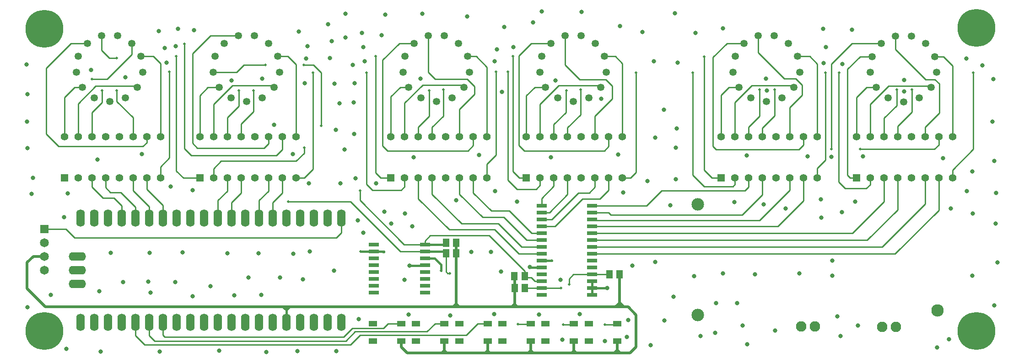
<source format=gbr>
%TF.GenerationSoftware,KiCad,Pcbnew,7.0.5-0*%
%TF.CreationDate,2023-07-07T16:59:39-04:00*%
%TF.ProjectId,nixie,6e697869-652e-46b6-9963-61645f706362,rev?*%
%TF.SameCoordinates,Original*%
%TF.FileFunction,Copper,L1,Top*%
%TF.FilePolarity,Positive*%
%FSLAX46Y46*%
G04 Gerber Fmt 4.6, Leading zero omitted, Abs format (unit mm)*
G04 Created by KiCad (PCBNEW 7.0.5-0) date 2023-07-07 16:59:39*
%MOMM*%
%LPD*%
G01*
G04 APERTURE LIST*
%TA.AperFunction,ComponentPad*%
%ADD10C,0.800000*%
%TD*%
%TA.AperFunction,ComponentPad*%
%ADD11C,7.000000*%
%TD*%
%TA.AperFunction,SMDPad,CuDef*%
%ADD12R,1.925000X0.650000*%
%TD*%
%TA.AperFunction,SMDPad,CuDef*%
%ADD13R,1.550000X1.000000*%
%TD*%
%TA.AperFunction,SMDPad,CuDef*%
%ADD14R,1.300000X1.500000*%
%TD*%
%TA.AperFunction,ComponentPad*%
%ADD15R,1.650000X1.650000*%
%TD*%
%TA.AperFunction,ComponentPad*%
%ADD16C,1.650000*%
%TD*%
%TA.AperFunction,ComponentPad*%
%ADD17R,1.400000X1.400000*%
%TD*%
%TA.AperFunction,ComponentPad*%
%ADD18C,1.400000*%
%TD*%
%TA.AperFunction,ComponentPad*%
%ADD19O,1.600000X3.200000*%
%TD*%
%TA.AperFunction,ComponentPad*%
%ADD20O,3.200000X1.600000*%
%TD*%
%TA.AperFunction,ComponentPad*%
%ADD21O,2.316000X2.316000*%
%TD*%
%TA.AperFunction,ComponentPad*%
%ADD22C,2.316000*%
%TD*%
%TA.AperFunction,SMDPad,CuDef*%
%ADD23R,1.850000X0.650000*%
%TD*%
%TA.AperFunction,ComponentPad*%
%ADD24C,1.348000*%
%TD*%
%TA.AperFunction,ComponentPad*%
%ADD25C,1.950000*%
%TD*%
%TA.AperFunction,ViaPad*%
%ADD26C,0.800000*%
%TD*%
%TA.AperFunction,ViaPad*%
%ADD27C,2.300000*%
%TD*%
%TA.AperFunction,ViaPad*%
%ADD28C,0.500000*%
%TD*%
%TA.AperFunction,ViaPad*%
%ADD29C,0.600000*%
%TD*%
%TA.AperFunction,Conductor*%
%ADD30C,0.254000*%
%TD*%
%TA.AperFunction,Conductor*%
%ADD31C,0.381000*%
%TD*%
%TA.AperFunction,Conductor*%
%ADD32C,0.508000*%
%TD*%
G04 APERTURE END LIST*
D10*
%TO.P,H2,1*%
%TO.N,N/C*%
X67375000Y-138400000D03*
X68143845Y-136543845D03*
X68143845Y-140256155D03*
X70000000Y-135775000D03*
D11*
X70000000Y-138400000D03*
D10*
X70000000Y-141025000D03*
X71856155Y-136543845D03*
X71856155Y-140256155D03*
X72625000Y-138400000D03*
%TD*%
D12*
%TO.P,IC6,1,32KHZ*%
%TO.N,unconnected-(IC6-32KHZ-Pad1)*%
X131000000Y-122380000D03*
%TO.P,IC6,2,VCC*%
%TO.N,+5V*%
X131000000Y-123650000D03*
%TO.P,IC6,3,~{INT}/SQW*%
%TO.N,unconnected-(IC6-~{INT}{slash}SQW-Pad3)*%
X131000000Y-124920000D03*
%TO.P,IC6,4,~{RST}*%
%TO.N,unconnected-(IC6-~{RST}-Pad4)*%
X131000000Y-126190000D03*
%TO.P,IC6,5,N.C._1*%
%TO.N,unconnected-(IC6-N.C._1-Pad5)*%
X131000000Y-127460000D03*
%TO.P,IC6,6,N.C._2*%
%TO.N,unconnected-(IC6-N.C._2-Pad6)*%
X131000000Y-128730000D03*
%TO.P,IC6,7,N.C._3*%
%TO.N,unconnected-(IC6-N.C._3-Pad7)*%
X131000000Y-130000000D03*
%TO.P,IC6,8,N.C._4*%
%TO.N,unconnected-(IC6-N.C._4-Pad8)*%
X131000000Y-131270000D03*
%TO.P,IC6,9,N.C._5*%
%TO.N,unconnected-(IC6-N.C._5-Pad9)*%
X140424000Y-131270000D03*
%TO.P,IC6,10,N.C._6*%
%TO.N,unconnected-(IC6-N.C._6-Pad10)*%
X140424000Y-130000000D03*
%TO.P,IC6,11,N.C._7*%
%TO.N,unconnected-(IC6-N.C._7-Pad11)*%
X140424000Y-128730000D03*
%TO.P,IC6,12,N.C._8*%
%TO.N,unconnected-(IC6-N.C._8-Pad12)*%
X140424000Y-127460000D03*
%TO.P,IC6,13,GND*%
%TO.N,GND*%
X140424000Y-126190000D03*
%TO.P,IC6,14,VBAT*%
%TO.N,Net-(IC6-VBAT)*%
X140424000Y-124920000D03*
%TO.P,IC6,15,SDA*%
%TO.N,/SDA1*%
X140424000Y-123650000D03*
%TO.P,IC6,16,SCL*%
%TO.N,/SCL1*%
X140424000Y-122380000D03*
%TD*%
D13*
%TO.P,S1,1,1*%
%TO.N,/S1*%
X136000000Y-137000000D03*
%TO.P,S1,2,2*%
%TO.N,unconnected-(S1-Pad2)*%
X130750000Y-137000000D03*
%TO.P,S1,3,3*%
%TO.N,unconnected-(S1-Pad3)*%
X130750000Y-140200000D03*
%TO.P,S1,4,4*%
%TO.N,+3V3*%
X136000000Y-140200000D03*
%TD*%
%TO.P,S5,1,1*%
%TO.N,/S5*%
X168000000Y-137000000D03*
%TO.P,S5,2,2*%
%TO.N,unconnected-(S5-Pad2)*%
X162750000Y-137000000D03*
%TO.P,S5,3,3*%
%TO.N,unconnected-(S5-Pad3)*%
X162750000Y-140200000D03*
%TO.P,S5,4,4*%
%TO.N,+3V3*%
X168000000Y-140200000D03*
%TD*%
D14*
%TO.P,R9,1,1*%
%TO.N,/SDA1*%
X158900000Y-130445000D03*
%TO.P,R9,2,2*%
%TO.N,+3V3*%
X157000000Y-130445000D03*
%TD*%
D10*
%TO.P,H3,1*%
%TO.N,N/C*%
X239875000Y-82200000D03*
X240643845Y-80343845D03*
X240643845Y-84056155D03*
X242500000Y-79575000D03*
D11*
X242500000Y-82200000D03*
D10*
X242500000Y-84825000D03*
X244356155Y-80343845D03*
X244356155Y-84056155D03*
X245125000Y-82200000D03*
%TD*%
D14*
%TO.P,R5,1,1*%
%TO.N,/SCL1*%
X144298000Y-122000000D03*
%TO.P,R5,2,2*%
%TO.N,+3V3*%
X146198000Y-122000000D03*
%TD*%
D15*
%TO.P,J1,1,1*%
%TO.N,/RX*%
X70000000Y-119460000D03*
D16*
%TO.P,J1,2,2*%
%TO.N,/TX*%
X70000000Y-122000000D03*
%TO.P,J1,3,3*%
%TO.N,+3V3*%
X70000000Y-124540000D03*
%TO.P,J1,4,4*%
%TO.N,GND*%
X70000000Y-127080000D03*
%TD*%
D17*
%TO.P,IC3,1,8*%
%TO.N,/N38*%
X134126600Y-110037000D03*
D18*
%TO.P,IC3,2,9*%
%TO.N,/N39*%
X136666600Y-110037000D03*
%TO.P,IC3,3,A*%
%TO.N,/A3*%
X139206600Y-110037000D03*
%TO.P,IC3,4,D*%
%TO.N,/D3*%
X141746600Y-110037000D03*
%TO.P,IC3,5,VCC*%
%TO.N,+5V*%
X144286600Y-110037000D03*
%TO.P,IC3,6,B*%
%TO.N,/B3*%
X146826600Y-110037000D03*
%TO.P,IC3,7,C*%
%TO.N,/C3*%
X149366600Y-110037000D03*
%TO.P,IC3,8,2*%
%TO.N,/N32*%
X151906600Y-110037000D03*
%TO.P,IC3,9,3*%
%TO.N,/N33*%
X151906600Y-102417000D03*
%TO.P,IC3,10,7*%
%TO.N,/N37*%
X149366600Y-102417000D03*
%TO.P,IC3,11,6*%
%TO.N,/N36*%
X146826600Y-102417000D03*
%TO.P,IC3,12,GND*%
%TO.N,GND*%
X144286600Y-102417000D03*
%TO.P,IC3,13,4*%
%TO.N,/N34*%
X141746600Y-102417000D03*
%TO.P,IC3,14,5*%
%TO.N,/N35*%
X139206600Y-102417000D03*
%TO.P,IC3,15,1*%
%TO.N,/N31*%
X136666600Y-102417000D03*
%TO.P,IC3,16,0*%
%TO.N,/N30*%
X134126600Y-102417000D03*
%TD*%
D10*
%TO.P,H1,1*%
%TO.N,N/C*%
X67375000Y-82375000D03*
X68143845Y-80518845D03*
X68143845Y-84231155D03*
X70000000Y-79750000D03*
D11*
X70000000Y-82375000D03*
D10*
X70000000Y-85000000D03*
X71856155Y-80518845D03*
X71856155Y-84231155D03*
X72625000Y-82375000D03*
%TD*%
%TO.P,H4,1*%
%TO.N,N/C*%
X239875000Y-138400000D03*
X240643845Y-136543845D03*
X240643845Y-140256155D03*
X242500000Y-135775000D03*
D11*
X242500000Y-138400000D03*
D10*
X242500000Y-141025000D03*
X244356155Y-136543845D03*
X244356155Y-140256155D03*
X245125000Y-138400000D03*
%TD*%
D19*
%TO.P,Pi1,3V3,3V3*%
%TO.N,+3V3*%
X114780000Y-136800000D03*
%TO.P,Pi1,3V3_EN,3V3_EN*%
%TO.N,unconnected-(U$1-Pad3V3_EN)*%
X117320000Y-136800000D03*
%TO.P,Pi1,ADC_VREF,ADC_VREF*%
%TO.N,unconnected-(U$1-PadADC_VREF)*%
X112240000Y-136800000D03*
%TO.P,Pi1,AGND,AGND*%
%TO.N,GND*%
X107160000Y-136800000D03*
%TO.P,Pi1,GND@1,GND*%
X119860000Y-117420000D03*
%TO.P,Pi1,GND@2,GND*%
X107160000Y-117420000D03*
%TO.P,Pi1,GND@3,GND*%
X94460000Y-117420000D03*
%TO.P,Pi1,GND@4,GND*%
X81760000Y-117420000D03*
D20*
%TO.P,Pi1,GND@5,GND*%
X76110000Y-127110000D03*
D19*
%TO.P,Pi1,GND@6,GND*%
X81760000Y-136800000D03*
%TO.P,Pi1,GND@7,GND*%
X94460000Y-136800000D03*
%TO.P,Pi1,GND@8,GND*%
X119860000Y-136800000D03*
%TO.P,Pi1,GP0,GP0*%
%TO.N,/RX*%
X124940000Y-117420000D03*
%TO.P,Pi1,GP1,GP1*%
%TO.N,/TX*%
X122400000Y-117420000D03*
%TO.P,Pi1,GP2,GP2*%
%TO.N,/RST*%
X117320000Y-117420000D03*
%TO.P,Pi1,GP3,GP3*%
%TO.N,unconnected-(U$1-PadGP3)*%
X114780000Y-117420000D03*
%TO.P,Pi1,GP4,GP4*%
%TO.N,/C2*%
X112240000Y-117420000D03*
%TO.P,Pi1,GP5,GP5*%
%TO.N,/B2*%
X109700000Y-117420000D03*
%TO.P,Pi1,GP6,GP6*%
%TO.N,/D2*%
X104620000Y-117420000D03*
%TO.P,Pi1,GP7,GP7*%
%TO.N,/A2*%
X102080000Y-117420000D03*
%TO.P,Pi1,GP8,GP8*%
%TO.N,unconnected-(U$1-PadGP8)*%
X99540000Y-117420000D03*
%TO.P,Pi1,GP9,GP9*%
%TO.N,unconnected-(U$1-PadGP9)*%
X97000000Y-117420000D03*
%TO.P,Pi1,GP10,GP10*%
%TO.N,/C1*%
X91920000Y-117420000D03*
%TO.P,Pi1,GP11,GP11*%
%TO.N,/B1*%
X89380000Y-117420000D03*
%TO.P,Pi1,GP12,GP12*%
%TO.N,/D1*%
X86840000Y-117420000D03*
%TO.P,Pi1,GP13,GP13*%
%TO.N,/A1*%
X84300000Y-117420000D03*
%TO.P,Pi1,GP14,GP14*%
%TO.N,/SDA1*%
X79220000Y-117420000D03*
%TO.P,Pi1,GP15,GP15*%
%TO.N,/SCL1*%
X76680000Y-117420000D03*
%TO.P,Pi1,GP16,GP16*%
%TO.N,/S6*%
X76680000Y-136800000D03*
%TO.P,Pi1,GP17,GP17*%
%TO.N,/S5*%
X79220000Y-136800000D03*
%TO.P,Pi1,GP18,GP18*%
%TO.N,/S4*%
X84300000Y-136800000D03*
%TO.P,Pi1,GP19,GP19*%
%TO.N,/S3*%
X86840000Y-136800000D03*
%TO.P,Pi1,GP20,GP20*%
%TO.N,/S2*%
X89380000Y-136800000D03*
%TO.P,Pi1,GP21,GP21*%
%TO.N,/S1*%
X91920000Y-136800000D03*
%TO.P,Pi1,GP22,GP22*%
%TO.N,unconnected-(U$1-PadGP22)*%
X97000000Y-136800000D03*
%TO.P,Pi1,GP26_A0,GP26_A0*%
%TO.N,unconnected-(U$1-PadGP26_A0)*%
X102080000Y-136800000D03*
%TO.P,Pi1,GP27_A1,GP27_A1*%
%TO.N,unconnected-(U$1-PadGP27_A1)*%
X104620000Y-136800000D03*
%TO.P,Pi1,GP28_A2,GP28_A2*%
%TO.N,unconnected-(U$1-PadGP28_A2)*%
X109700000Y-136800000D03*
%TO.P,Pi1,RUN,RUN*%
%TO.N,unconnected-(U$1-PadRUN)*%
X99540000Y-136800000D03*
D20*
%TO.P,Pi1,SWCLK,SWCLK*%
%TO.N,unconnected-(U$1-PadSWCLK)*%
X76110000Y-124570000D03*
%TO.P,Pi1,SWDIO,SWDIO*%
%TO.N,unconnected-(U$1-PadSWDIO)*%
X76110000Y-129650000D03*
D19*
%TO.P,Pi1,VBUS,VBUS*%
%TO.N,unconnected-(U$1-PadVBUS)*%
X124940000Y-136800000D03*
%TO.P,Pi1,VSYS,VSYS*%
%TO.N,+5V*%
X122400000Y-136800000D03*
%TD*%
D13*
%TO.P,S3,1,1*%
%TO.N,/S3*%
X152000000Y-137000000D03*
%TO.P,S3,2,2*%
%TO.N,unconnected-(S3-Pad2)*%
X146750000Y-137000000D03*
%TO.P,S3,3,3*%
%TO.N,unconnected-(S3-Pad3)*%
X146750000Y-140200000D03*
%TO.P,S3,4,4*%
%TO.N,+3V3*%
X152000000Y-140200000D03*
%TD*%
%TO.P,S6,1,1*%
%TO.N,/S6*%
X176000000Y-137000000D03*
%TO.P,S6,2,2*%
%TO.N,unconnected-(S6-Pad2)*%
X170750000Y-137000000D03*
%TO.P,S6,3,3*%
%TO.N,unconnected-(S6-Pad3)*%
X170750000Y-140200000D03*
%TO.P,S6,4,4*%
%TO.N,+3V3*%
X176000000Y-140200000D03*
%TD*%
D21*
%TO.P,BAT1,+,+*%
%TO.N,Net-(IC6-VBAT)*%
X190900000Y-114930000D03*
D22*
%TO.P,BAT1,-,-*%
%TO.N,GND*%
X190900000Y-135430000D03*
%TD*%
D14*
%TO.P,R10,1,1*%
%TO.N,/SCL1*%
X158866000Y-128245000D03*
%TO.P,R10,2,2*%
%TO.N,+3V3*%
X156966000Y-128245000D03*
%TD*%
D17*
%TO.P,IC8,1,8*%
%TO.N,/N68*%
X220266000Y-110037000D03*
D18*
%TO.P,IC8,2,9*%
%TO.N,/N69*%
X222806000Y-110037000D03*
%TO.P,IC8,3,A*%
%TO.N,/A6*%
X225346000Y-110037000D03*
%TO.P,IC8,4,D*%
%TO.N,/D6*%
X227886000Y-110037000D03*
%TO.P,IC8,5,VCC*%
%TO.N,+5V*%
X230426000Y-110037000D03*
%TO.P,IC8,6,B*%
%TO.N,/B6*%
X232966000Y-110037000D03*
%TO.P,IC8,7,C*%
%TO.N,/C6*%
X235506000Y-110037000D03*
%TO.P,IC8,8,2*%
%TO.N,/N62*%
X238046000Y-110037000D03*
%TO.P,IC8,9,3*%
%TO.N,/N63*%
X238046000Y-102417000D03*
%TO.P,IC8,10,7*%
%TO.N,/N67*%
X235506000Y-102417000D03*
%TO.P,IC8,11,6*%
%TO.N,/N66*%
X232966000Y-102417000D03*
%TO.P,IC8,12,GND*%
%TO.N,GND*%
X230426000Y-102417000D03*
%TO.P,IC8,13,4*%
%TO.N,/N64*%
X227886000Y-102417000D03*
%TO.P,IC8,14,5*%
%TO.N,/N65*%
X225346000Y-102417000D03*
%TO.P,IC8,15,1*%
%TO.N,/N61*%
X222806000Y-102417000D03*
%TO.P,IC8,16,0*%
%TO.N,/N60*%
X220266000Y-102417000D03*
%TD*%
D17*
%TO.P,IC7,1,8*%
%TO.N,/N58*%
X195226000Y-110037000D03*
D18*
%TO.P,IC7,2,9*%
%TO.N,/N59*%
X197766000Y-110037000D03*
%TO.P,IC7,3,A*%
%TO.N,/A5*%
X200306000Y-110037000D03*
%TO.P,IC7,4,D*%
%TO.N,/D5*%
X202846000Y-110037000D03*
%TO.P,IC7,5,VCC*%
%TO.N,+5V*%
X205386000Y-110037000D03*
%TO.P,IC7,6,B*%
%TO.N,/B5*%
X207926000Y-110037000D03*
%TO.P,IC7,7,C*%
%TO.N,/C5*%
X210466000Y-110037000D03*
%TO.P,IC7,8,2*%
%TO.N,/N52*%
X213006000Y-110037000D03*
%TO.P,IC7,9,3*%
%TO.N,/N53*%
X213006000Y-102417000D03*
%TO.P,IC7,10,7*%
%TO.N,/N57*%
X210466000Y-102417000D03*
%TO.P,IC7,11,6*%
%TO.N,/N56*%
X207926000Y-102417000D03*
%TO.P,IC7,12,GND*%
%TO.N,GND*%
X205386000Y-102417000D03*
%TO.P,IC7,13,4*%
%TO.N,/N54*%
X202846000Y-102417000D03*
%TO.P,IC7,14,5*%
%TO.N,/N55*%
X200306000Y-102417000D03*
%TO.P,IC7,15,1*%
%TO.N,/N51*%
X197766000Y-102417000D03*
%TO.P,IC7,16,0*%
%TO.N,/N50*%
X195226000Y-102417000D03*
%TD*%
D23*
%TO.P,IC5,1,GPB0*%
%TO.N,/A4*%
X162000000Y-115190000D03*
%TO.P,IC5,2,GPB1*%
%TO.N,/D4*%
X162000000Y-116460000D03*
%TO.P,IC5,3,GPB2*%
%TO.N,/B4*%
X162000000Y-117730000D03*
%TO.P,IC5,4,GPB3*%
%TO.N,/C4*%
X162000000Y-119000000D03*
%TO.P,IC5,5,GPB4*%
%TO.N,/C3*%
X162000000Y-120270000D03*
%TO.P,IC5,6,GPB5*%
%TO.N,/B3*%
X162000000Y-121540000D03*
%TO.P,IC5,7,GPB6*%
%TO.N,/D3*%
X162000000Y-122810000D03*
%TO.P,IC5,8,GPB7*%
%TO.N,/A3*%
X162000000Y-124080000D03*
%TO.P,IC5,9,VDD*%
%TO.N,+5V*%
X162000000Y-125350000D03*
%TO.P,IC5,10,VSS*%
%TO.N,GND*%
X162000000Y-126620000D03*
%TO.P,IC5,11,NC_1*%
%TO.N,unconnected-(IC5-NC_1-Pad11)*%
X162000000Y-127890000D03*
%TO.P,IC5,12,SCL*%
%TO.N,/SCL1*%
X162000000Y-129160000D03*
%TO.P,IC5,13,SDA*%
%TO.N,/SDA1*%
X162000000Y-130430000D03*
%TO.P,IC5,14,NC_2*%
%TO.N,unconnected-(IC5-NC_2-Pad14)*%
X162000000Y-131700000D03*
%TO.P,IC5,15,A0*%
%TO.N,GND*%
X171350000Y-131700000D03*
%TO.P,IC5,16,A1*%
X171350000Y-130430000D03*
%TO.P,IC5,17,A2*%
X171350000Y-129160000D03*
%TO.P,IC5,18,~{RESET}*%
%TO.N,/RST*%
X171350000Y-127890000D03*
%TO.P,IC5,19,INTB*%
%TO.N,unconnected-(IC5-INTB-Pad19)*%
X171350000Y-126620000D03*
%TO.P,IC5,20,INTA*%
%TO.N,unconnected-(IC5-INTA-Pad20)*%
X171350000Y-125350000D03*
%TO.P,IC5,21,GPA0*%
%TO.N,/C6*%
X171350000Y-124080000D03*
%TO.P,IC5,22,GPA1*%
%TO.N,/B6*%
X171350000Y-122810000D03*
%TO.P,IC5,23,GPA2*%
%TO.N,/D6*%
X171350000Y-121540000D03*
%TO.P,IC5,24,GPA3*%
%TO.N,/A6*%
X171350000Y-120270000D03*
%TO.P,IC5,25,GPA4*%
%TO.N,/C5*%
X171350000Y-119000000D03*
%TO.P,IC5,26,GPA5*%
%TO.N,/B5*%
X171350000Y-117730000D03*
%TO.P,IC5,27,GPA6*%
%TO.N,/D5*%
X171350000Y-116460000D03*
%TO.P,IC5,28,GPA7*%
%TO.N,/A5*%
X171350000Y-115190000D03*
%TD*%
D14*
%TO.P,R11,1,1*%
%TO.N,/RST*%
X174550000Y-127900000D03*
%TO.P,R11,2,2*%
%TO.N,+3V3*%
X176450000Y-127900000D03*
%TD*%
D13*
%TO.P,S2,1,1*%
%TO.N,/S2*%
X144000000Y-137000000D03*
%TO.P,S2,2,2*%
%TO.N,unconnected-(S2-Pad2)*%
X138750000Y-137000000D03*
%TO.P,S2,3,3*%
%TO.N,unconnected-(S2-Pad3)*%
X138750000Y-140200000D03*
%TO.P,S2,4,4*%
%TO.N,+3V3*%
X144000000Y-140200000D03*
%TD*%
D17*
%TO.P,IC4,1,8*%
%TO.N,/N48*%
X159188600Y-110017000D03*
D18*
%TO.P,IC4,2,9*%
%TO.N,/N49*%
X161728600Y-110017000D03*
%TO.P,IC4,3,A*%
%TO.N,/A4*%
X164268600Y-110017000D03*
%TO.P,IC4,4,D*%
%TO.N,/D4*%
X166808600Y-110017000D03*
%TO.P,IC4,5,VCC*%
%TO.N,+5V*%
X169348600Y-110017000D03*
%TO.P,IC4,6,B*%
%TO.N,/B4*%
X171888600Y-110017000D03*
%TO.P,IC4,7,C*%
%TO.N,/C4*%
X174428600Y-110017000D03*
%TO.P,IC4,8,2*%
%TO.N,/N42*%
X176968600Y-110017000D03*
%TO.P,IC4,9,3*%
%TO.N,/N43*%
X176968600Y-102397000D03*
%TO.P,IC4,10,7*%
%TO.N,/N47*%
X174428600Y-102397000D03*
%TO.P,IC4,11,6*%
%TO.N,/N46*%
X171888600Y-102397000D03*
%TO.P,IC4,12,GND*%
%TO.N,GND*%
X169348600Y-102397000D03*
%TO.P,IC4,13,4*%
%TO.N,/N44*%
X166808600Y-102397000D03*
%TO.P,IC4,14,5*%
%TO.N,/N45*%
X164268600Y-102397000D03*
%TO.P,IC4,15,1*%
%TO.N,/N41*%
X161728600Y-102397000D03*
%TO.P,IC4,16,0*%
%TO.N,/N40*%
X159188600Y-102397000D03*
%TD*%
D17*
%TO.P,IC2,1,8*%
%TO.N,/N28*%
X98764600Y-110037000D03*
D18*
%TO.P,IC2,2,9*%
%TO.N,/N29*%
X101304600Y-110037000D03*
%TO.P,IC2,3,A*%
%TO.N,/A2*%
X103844600Y-110037000D03*
%TO.P,IC2,4,D*%
%TO.N,/D2*%
X106384600Y-110037000D03*
%TO.P,IC2,5,VCC*%
%TO.N,+5V*%
X108924600Y-110037000D03*
%TO.P,IC2,6,B*%
%TO.N,/B2*%
X111464600Y-110037000D03*
%TO.P,IC2,7,C*%
%TO.N,/C2*%
X114004600Y-110037000D03*
%TO.P,IC2,8,2*%
%TO.N,/N22*%
X116544600Y-110037000D03*
%TO.P,IC2,9,3*%
%TO.N,/N23*%
X116544600Y-102417000D03*
%TO.P,IC2,10,7*%
%TO.N,/N27*%
X114004600Y-102417000D03*
%TO.P,IC2,11,6*%
%TO.N,/N26*%
X111464600Y-102417000D03*
%TO.P,IC2,12,GND*%
%TO.N,GND*%
X108924600Y-102417000D03*
%TO.P,IC2,13,4*%
%TO.N,/N24*%
X106384600Y-102417000D03*
%TO.P,IC2,14,5*%
%TO.N,/N25*%
X103844600Y-102417000D03*
%TO.P,IC2,15,1*%
%TO.N,/N21*%
X101304600Y-102417000D03*
%TO.P,IC2,16,0*%
%TO.N,/N20*%
X98764600Y-102417000D03*
%TD*%
D14*
%TO.P,R6,1,1*%
%TO.N,/SDA1*%
X144298000Y-124000000D03*
%TO.P,R6,2,2*%
%TO.N,+3V3*%
X146198000Y-124000000D03*
%TD*%
D17*
%TO.P,IC1,1,8*%
%TO.N,/N18*%
X73682600Y-110037000D03*
D18*
%TO.P,IC1,2,9*%
%TO.N,/N19*%
X76222600Y-110037000D03*
%TO.P,IC1,3,A*%
%TO.N,/A1*%
X78762600Y-110037000D03*
%TO.P,IC1,4,D*%
%TO.N,/D1*%
X81302600Y-110037000D03*
%TO.P,IC1,5,VCC*%
%TO.N,+5V*%
X83842600Y-110037000D03*
%TO.P,IC1,6,B*%
%TO.N,/B1*%
X86382600Y-110037000D03*
%TO.P,IC1,7,C*%
%TO.N,/C1*%
X88922600Y-110037000D03*
%TO.P,IC1,8,2*%
%TO.N,/N12*%
X91462600Y-110037000D03*
%TO.P,IC1,9,3*%
%TO.N,/N13*%
X91462600Y-102417000D03*
%TO.P,IC1,10,7*%
%TO.N,/N17*%
X88922600Y-102417000D03*
%TO.P,IC1,11,6*%
%TO.N,/N16*%
X86382600Y-102417000D03*
%TO.P,IC1,12,GND*%
%TO.N,GND*%
X83842600Y-102417000D03*
%TO.P,IC1,13,4*%
%TO.N,/N14*%
X81302600Y-102417000D03*
%TO.P,IC1,14,5*%
%TO.N,/N15*%
X78762600Y-102417000D03*
%TO.P,IC1,15,1*%
%TO.N,/N11*%
X76222600Y-102417000D03*
%TO.P,IC1,16,0*%
%TO.N,/N10*%
X73682600Y-102417000D03*
%TD*%
D13*
%TO.P,S4,1,1*%
%TO.N,/S4*%
X160000000Y-137000000D03*
%TO.P,S4,2,2*%
%TO.N,unconnected-(S4-Pad2)*%
X154750000Y-137000000D03*
%TO.P,S4,3,3*%
%TO.N,unconnected-(S4-Pad3)*%
X154750000Y-140200000D03*
%TO.P,S4,4,4*%
%TO.N,+3V3*%
X160000000Y-140200000D03*
%TD*%
D24*
%TO.P,N6,0,0*%
%TO.N,/N60*%
X223895200Y-93252400D03*
%TO.P,N6,1,1*%
%TO.N,/N61*%
X234083600Y-93252400D03*
%TO.P,N6,2,2*%
%TO.N,/N62*%
X235134200Y-90482200D03*
%TO.P,N6,3,3*%
%TO.N,/N63*%
X234777100Y-87541100D03*
%TO.P,N6,4,4*%
%TO.N,/N64*%
X233094100Y-85102900D03*
%TO.P,N6,5,5*%
%TO.N,/N65*%
X230470700Y-83726000D03*
%TO.P,N6,6,6*%
%TO.N,/N66*%
X227508100Y-83726000D03*
%TO.P,N6,7,7*%
%TO.N,/N67*%
X224884700Y-85102900D03*
%TO.P,N6,8,8*%
%TO.N,/N68*%
X223201700Y-87541100D03*
%TO.P,N6,9,9*%
%TO.N,/N69*%
X222844600Y-90482200D03*
%TO.P,N6,A,A*%
%TO.N,/170V6*%
X228989400Y-95926000D03*
%TO.P,N6,LHDP,LHDP*%
%TO.N,unconnected-(N6-PadLHDP)*%
X226112800Y-95217000D03*
%TO.P,N6,RHDP,RHDP*%
%TO.N,unconnected-(N6-PadRHDP)*%
X231866000Y-95217000D03*
%TD*%
D25*
%TO.P,J4,1,1*%
%TO.N,+12V*%
X225000000Y-137600000D03*
%TO.P,J4,2,2*%
%TO.N,GND*%
X227540000Y-137600000D03*
%TD*%
D24*
%TO.P,N4,0,0*%
%TO.N,/N40*%
X162750400Y-93233300D03*
%TO.P,N4,1,1*%
%TO.N,/N41*%
X172938800Y-93233300D03*
%TO.P,N4,2,2*%
%TO.N,/N42*%
X173989400Y-90463100D03*
%TO.P,N4,3,3*%
%TO.N,/N43*%
X173632300Y-87522000D03*
%TO.P,N4,4,4*%
%TO.N,/N44*%
X171949300Y-85083800D03*
%TO.P,N4,5,5*%
%TO.N,/N45*%
X169325900Y-83706900D03*
%TO.P,N4,6,6*%
%TO.N,/N46*%
X166363300Y-83706900D03*
%TO.P,N4,7,7*%
%TO.N,/N47*%
X163739900Y-85083800D03*
%TO.P,N4,8,8*%
%TO.N,/N48*%
X162056900Y-87522000D03*
%TO.P,N4,9,9*%
%TO.N,/N49*%
X161699800Y-90463100D03*
%TO.P,N4,A,A*%
%TO.N,/170V4*%
X167844600Y-95906900D03*
%TO.P,N4,LHDP,LHDP*%
%TO.N,unconnected-(N4-PadLHDP)*%
X164968000Y-95197900D03*
%TO.P,N4,RHDP,RHDP*%
%TO.N,unconnected-(N4-PadRHDP)*%
X170721200Y-95197900D03*
%TD*%
D25*
%TO.P,J3,1,1*%
%TO.N,VCC*%
X210000000Y-137500000D03*
%TO.P,J3,2,2*%
%TO.N,GND*%
X212540000Y-137500000D03*
%TD*%
D24*
%TO.P,N5,0,0*%
%TO.N,/N50*%
X198506000Y-93233300D03*
%TO.P,N5,1,1*%
%TO.N,/N51*%
X208694400Y-93233300D03*
%TO.P,N5,2,2*%
%TO.N,/N52*%
X209745000Y-90463100D03*
%TO.P,N5,3,3*%
%TO.N,/N53*%
X209387900Y-87522000D03*
%TO.P,N5,4,4*%
%TO.N,/N54*%
X207704900Y-85083800D03*
%TO.P,N5,5,5*%
%TO.N,/N55*%
X205081500Y-83706900D03*
%TO.P,N5,6,6*%
%TO.N,/N56*%
X202118900Y-83706900D03*
%TO.P,N5,7,7*%
%TO.N,/N57*%
X199495500Y-85083800D03*
%TO.P,N5,8,8*%
%TO.N,/N58*%
X197812500Y-87522000D03*
%TO.P,N5,9,9*%
%TO.N,/N59*%
X197455400Y-90463100D03*
%TO.P,N5,A,A*%
%TO.N,/170V5*%
X203600200Y-95906900D03*
%TO.P,N5,LHDP,LHDP*%
%TO.N,unconnected-(N5-PadLHDP)*%
X200723600Y-95197900D03*
%TO.P,N5,RHDP,RHDP*%
%TO.N,unconnected-(N5-PadRHDP)*%
X206476800Y-95197900D03*
%TD*%
%TO.P,N3,0,0*%
%TO.N,/N30*%
X137428600Y-93233300D03*
%TO.P,N3,1,1*%
%TO.N,/N31*%
X147617000Y-93233300D03*
%TO.P,N3,2,2*%
%TO.N,/N32*%
X148667600Y-90463100D03*
%TO.P,N3,3,3*%
%TO.N,/N33*%
X148310500Y-87522000D03*
%TO.P,N3,4,4*%
%TO.N,/N34*%
X146627500Y-85083800D03*
%TO.P,N3,5,5*%
%TO.N,/N35*%
X144004100Y-83706900D03*
%TO.P,N3,6,6*%
%TO.N,/N36*%
X141041500Y-83706900D03*
%TO.P,N3,7,7*%
%TO.N,/N37*%
X138418100Y-85083800D03*
%TO.P,N3,8,8*%
%TO.N,/N38*%
X136735100Y-87522000D03*
%TO.P,N3,9,9*%
%TO.N,/N39*%
X136378000Y-90463100D03*
%TO.P,N3,A,A*%
%TO.N,/170V3*%
X142522800Y-95906900D03*
%TO.P,N3,LHDP,LHDP*%
%TO.N,unconnected-(N3-PadLHDP)*%
X139646200Y-95197900D03*
%TO.P,N3,RHDP,RHDP*%
%TO.N,unconnected-(N3-PadRHDP)*%
X145399400Y-95197900D03*
%TD*%
%TO.P,N1,0,0*%
%TO.N,/N10*%
X76984600Y-93233300D03*
%TO.P,N1,1,1*%
%TO.N,/N11*%
X87173000Y-93233300D03*
%TO.P,N1,2,2*%
%TO.N,/N12*%
X88223600Y-90463100D03*
%TO.P,N1,3,3*%
%TO.N,/N13*%
X87866500Y-87522000D03*
%TO.P,N1,4,4*%
%TO.N,/N14*%
X86183500Y-85083800D03*
%TO.P,N1,5,5*%
%TO.N,/N15*%
X83560100Y-83706900D03*
%TO.P,N1,6,6*%
%TO.N,/N16*%
X80597500Y-83706900D03*
%TO.P,N1,7,7*%
%TO.N,/N17*%
X77974100Y-85083800D03*
%TO.P,N1,8,8*%
%TO.N,/N18*%
X76291100Y-87522000D03*
%TO.P,N1,9,9*%
%TO.N,/N19*%
X75934000Y-90463100D03*
%TO.P,N1,A,A*%
%TO.N,/170V1*%
X82078800Y-95906900D03*
%TO.P,N1,LHDP,LHDP*%
%TO.N,unconnected-(N1-PadLHDP)*%
X79202200Y-95197900D03*
%TO.P,N1,RHDP,RHDP*%
%TO.N,unconnected-(N1-PadRHDP)*%
X84955400Y-95197900D03*
%TD*%
%TO.P,N2,0,0*%
%TO.N,/N20*%
X102306400Y-93233300D03*
%TO.P,N2,1,1*%
%TO.N,/N21*%
X112494800Y-93233300D03*
%TO.P,N2,2,2*%
%TO.N,/N22*%
X113545400Y-90463100D03*
%TO.P,N2,3,3*%
%TO.N,/N23*%
X113188300Y-87522000D03*
%TO.P,N2,4,4*%
%TO.N,/N24*%
X111505300Y-85083800D03*
%TO.P,N2,5,5*%
%TO.N,/N25*%
X108881900Y-83706900D03*
%TO.P,N2,6,6*%
%TO.N,/N26*%
X105919300Y-83706900D03*
%TO.P,N2,7,7*%
%TO.N,/N27*%
X103295900Y-85083800D03*
%TO.P,N2,8,8*%
%TO.N,/N28*%
X101612900Y-87522000D03*
%TO.P,N2,9,9*%
%TO.N,/N29*%
X101255800Y-90463100D03*
%TO.P,N2,A,A*%
%TO.N,/170V2*%
X107400600Y-95906900D03*
%TO.P,N2,LHDP,LHDP*%
%TO.N,unconnected-(N2-PadLHDP)*%
X104524000Y-95197900D03*
%TO.P,N2,RHDP,RHDP*%
%TO.N,unconnected-(N2-PadRHDP)*%
X110277200Y-95197900D03*
%TD*%
D26*
%TO.N,GND*%
X236303099Y-106381234D03*
X200000000Y-105900000D03*
X211200000Y-106000000D03*
X176200000Y-105700000D03*
X163700000Y-106200000D03*
X116000000Y-105600000D03*
X79800000Y-106600000D03*
X88000000Y-105600000D03*
X97400000Y-131900000D03*
X66900000Y-134000000D03*
X237400000Y-139900000D03*
X203065248Y-114954434D03*
X207200000Y-115700000D03*
X194300000Y-133200000D03*
X194100000Y-138700000D03*
X241700000Y-108800000D03*
X240700000Y-112500000D03*
X229100000Y-91900000D03*
X229100000Y-94000000D03*
X203500000Y-91600000D03*
X203700000Y-93800000D03*
X164600000Y-92000000D03*
X173000000Y-95400000D03*
X139600000Y-91600000D03*
X104586407Y-91953744D03*
X110300000Y-91600000D03*
X94300000Y-85600000D03*
X129300000Y-88400000D03*
X217700000Y-88900000D03*
X214200000Y-88800000D03*
X182800000Y-88400000D03*
X187200000Y-88700000D03*
X184600000Y-97400000D03*
X154700000Y-94100000D03*
X156800000Y-85800000D03*
X153300000Y-88400000D03*
X138300000Y-106200000D03*
X162006631Y-79153211D03*
X169400000Y-79300000D03*
X186700000Y-79500000D03*
X243600000Y-89200000D03*
X215600000Y-106100000D03*
X221500000Y-106000000D03*
X165800000Y-140000000D03*
X173700000Y-140200000D03*
X78600000Y-90000000D03*
X84944654Y-91362073D03*
X92600000Y-88700000D03*
X112500000Y-100200000D03*
X118200000Y-92500000D03*
X118400000Y-87900000D03*
X150400000Y-105800000D03*
X146200000Y-114200000D03*
X123600000Y-127200000D03*
X136600000Y-128900000D03*
X157500000Y-114400000D03*
X153400000Y-112500000D03*
X214600000Y-85800000D03*
X217600000Y-116400000D03*
X213800000Y-117400000D03*
X213700000Y-114000000D03*
X220000000Y-114400000D03*
X185800000Y-115100000D03*
X197700000Y-114500000D03*
X177100000Y-112700000D03*
X181600000Y-110600000D03*
X186800000Y-110300000D03*
X187000000Y-100900000D03*
X186800000Y-104400000D03*
X183000000Y-102600000D03*
X153700000Y-86200000D03*
X139900000Y-79600000D03*
X148200000Y-80100000D03*
X155100000Y-82100000D03*
X160400000Y-81200000D03*
X176500000Y-81900000D03*
X180700000Y-83000000D03*
X190500000Y-83200000D03*
X195600000Y-82300000D03*
X214099539Y-82395528D03*
X219442935Y-82566062D03*
X240600000Y-87900000D03*
X245600000Y-91700000D03*
X245400000Y-99600000D03*
X245800000Y-106900000D03*
X246100000Y-112800000D03*
X246000000Y-118500000D03*
X246400000Y-125700000D03*
X245800000Y-133600000D03*
X235200000Y-141400000D03*
X217300000Y-139300000D03*
X191400000Y-139300000D03*
X199200000Y-137400000D03*
X198200000Y-133200000D03*
X200039688Y-140835748D03*
X205200000Y-138300000D03*
X220500000Y-137400000D03*
X216700000Y-135700000D03*
X190200000Y-128200000D03*
X195600000Y-127700000D03*
X201500000Y-127900000D03*
X209700000Y-127700000D03*
X178800000Y-126300000D03*
X183000000Y-125600000D03*
X186400000Y-132000000D03*
X184700000Y-136400000D03*
X182200000Y-141000000D03*
X177800000Y-139500000D03*
X178045903Y-136356483D03*
X169100000Y-135200000D03*
X161500000Y-135300000D03*
X153200000Y-135200000D03*
X149000000Y-123700000D03*
X152600000Y-123700000D03*
X154500000Y-127400000D03*
X145100000Y-135500000D03*
X137400000Y-135300000D03*
X128200000Y-136200000D03*
X105100000Y-131800000D03*
X110100000Y-131700000D03*
X89600000Y-131300000D03*
X67900000Y-110000000D03*
X66900000Y-104500000D03*
X66800000Y-99600000D03*
X66900000Y-94500000D03*
X66700000Y-89000000D03*
X94749079Y-82373610D03*
X97700000Y-82700000D03*
X91158587Y-82804469D03*
X92300000Y-86000000D03*
X129000000Y-85800000D03*
X125724732Y-83994689D03*
X128750866Y-83187721D03*
X132400000Y-83600000D03*
X133100000Y-79800000D03*
X125700000Y-79600000D03*
X122500000Y-81600000D03*
X123200000Y-84700000D03*
X117100000Y-82900000D03*
X118700000Y-85600000D03*
X122800000Y-87800000D03*
X127100000Y-89100000D03*
X123700000Y-92600000D03*
X127400000Y-92500000D03*
X127200000Y-96000000D03*
X124600000Y-96200000D03*
X131400000Y-111000000D03*
X127600000Y-110100000D03*
X123900000Y-101100000D03*
X127300000Y-101900000D03*
X125500000Y-104800000D03*
X124800000Y-111000000D03*
X118900000Y-111000000D03*
X97400000Y-112300000D03*
X93400000Y-111600000D03*
X74300000Y-112900000D03*
X67600000Y-113000000D03*
X71198870Y-131671092D03*
X74100000Y-141700000D03*
X111100000Y-142300000D03*
X116800000Y-142100000D03*
X124000000Y-142100000D03*
X102300000Y-142000000D03*
X91300000Y-142200000D03*
X80400000Y-142200000D03*
X80200000Y-131000000D03*
X84600000Y-129300000D03*
X89200000Y-129200000D03*
X94200000Y-129300000D03*
X100700000Y-130100000D03*
X107800000Y-128500000D03*
X113600000Y-128500000D03*
X117800000Y-128800000D03*
X119100000Y-123600000D03*
X116100000Y-124100000D03*
X109600000Y-124000000D03*
X103900000Y-124000000D03*
X95600000Y-123800000D03*
X89500000Y-123900000D03*
X82300000Y-123900000D03*
X73600000Y-117300000D03*
X128000000Y-117900000D03*
X129000000Y-120200000D03*
X138078439Y-118984504D03*
X136700000Y-116600000D03*
X132900000Y-116300000D03*
X165500000Y-128900000D03*
X215800000Y-128100000D03*
X241800000Y-116600000D03*
X159800000Y-126500000D03*
X174100000Y-130400000D03*
X134200000Y-118500000D03*
X137600000Y-126300000D03*
D27*
X235300000Y-134600000D03*
D26*
X241700000Y-128100000D03*
X237700000Y-115700000D03*
X215800000Y-125300000D03*
D28*
%TO.N,Net-(IC6-VBAT)*%
X143400000Y-127200000D03*
%TO.N,+5V*%
X163900000Y-125350000D03*
X128500000Y-123600000D03*
D29*
X132800000Y-123700000D03*
D28*
%TO.N,/N15*%
X80700000Y-93800000D03*
%TO.N,/N14*%
X78800000Y-91700000D03*
%TO.N,/N16*%
X83400000Y-87800000D03*
X83400000Y-93800000D03*
%TO.N,/N12*%
X93100000Y-90400000D03*
%TO.N,/N25*%
X106000000Y-93800000D03*
%TO.N,/N24*%
X108700000Y-93800000D03*
%TO.N,/N27*%
X95900000Y-85200000D03*
%TO.N,/N22*%
X119700000Y-90500000D03*
%TO.N,/N29*%
X118100000Y-104400000D03*
X118000000Y-89100000D03*
X121200000Y-100400000D03*
X110900000Y-89100000D03*
%TO.N,/N28*%
X94400000Y-87522000D03*
%TO.N,/N35*%
X141200000Y-93800000D03*
%TO.N,/N34*%
X143800000Y-93700000D03*
%TO.N,/N32*%
X153600000Y-90400000D03*
%TO.N,/N39*%
X129600000Y-90500000D03*
%TO.N,/N38*%
X131300000Y-87500000D03*
%TO.N,/N45*%
X166600000Y-93800000D03*
%TO.N,/N44*%
X169200000Y-93700000D03*
%TO.N,/N42*%
X179500000Y-90500000D03*
%TO.N,/N49*%
X155800000Y-90400000D03*
%TO.N,/N48*%
X156700000Y-87500000D03*
%TO.N,/RST*%
X167100000Y-129700000D03*
%TO.N,/S4*%
X157600000Y-137100000D03*
%TO.N,/SCL1*%
X128400000Y-112400000D03*
%TO.N,/SDA1*%
X145000000Y-127700000D03*
X115100000Y-114400000D03*
X165600000Y-130400000D03*
%TO.N,/N52*%
X214500000Y-90500000D03*
%TO.N,/N54*%
X205100000Y-93700000D03*
%TO.N,/N55*%
X202300000Y-93700000D03*
%TO.N,/N58*%
X192100000Y-87600000D03*
%TO.N,/N59*%
X190000000Y-90500000D03*
%TO.N,/N62*%
X241900000Y-90500000D03*
%TO.N,/N64*%
X230500000Y-93700000D03*
%TO.N,/N65*%
X227700000Y-93700000D03*
%TO.N,/N67*%
X221000000Y-104700000D03*
X215600000Y-104700000D03*
%TO.N,/N69*%
X217100000Y-90500000D03*
%TO.N,/S5*%
X166000000Y-137200000D03*
%TO.N,/S6*%
X173700000Y-137200000D03*
%TD*%
D30*
%TO.N,/N62*%
X238046000Y-110037000D02*
X238046000Y-108554000D01*
X241900000Y-104700000D02*
X241900000Y-90500000D01*
X238046000Y-108554000D02*
X241900000Y-104700000D01*
%TO.N,/N52*%
X213006000Y-110037000D02*
X213006000Y-108194000D01*
X213006000Y-108194000D02*
X214500000Y-106700000D01*
X214500000Y-106700000D02*
X214500000Y-90500000D01*
%TO.N,/N66*%
X232966000Y-102417000D02*
X232966000Y-100634000D01*
X232966000Y-100634000D02*
X235600000Y-98000000D01*
X235600000Y-92600000D02*
X234800000Y-91800000D01*
X234800000Y-91800000D02*
X233100000Y-91800000D01*
X235600000Y-98000000D02*
X235600000Y-92600000D01*
X233100000Y-91800000D02*
X227508100Y-86208100D01*
X227508100Y-86208100D02*
X227508100Y-83726000D01*
%TO.N,/N64*%
X230500000Y-93700000D02*
X230500000Y-97800000D01*
X227886000Y-100414000D02*
X227886000Y-102417000D01*
X230500000Y-97800000D02*
X227886000Y-100414000D01*
%TO.N,/N54*%
X205100000Y-93700000D02*
X205100000Y-98500000D01*
X205100000Y-98500000D02*
X202846000Y-100754000D01*
X202846000Y-100754000D02*
X202846000Y-102417000D01*
%TO.N,/N55*%
X202300000Y-93700000D02*
X202300000Y-98600000D01*
X202300000Y-98600000D02*
X200306000Y-100594000D01*
X200306000Y-100594000D02*
X200306000Y-102417000D01*
%TO.N,/N26*%
X111464600Y-103685400D02*
X110650000Y-104500000D01*
X98300000Y-104500000D02*
X97400000Y-103600000D01*
X110650000Y-104500000D02*
X98300000Y-104500000D01*
X97400000Y-87000000D02*
X100693100Y-83706900D01*
X97400000Y-103600000D02*
X97400000Y-87000000D01*
X111464600Y-102417000D02*
X111464600Y-103685400D01*
X100693100Y-83706900D02*
X105919300Y-83706900D01*
%TO.N,/N34*%
X143800000Y-93700000D02*
X143800000Y-98600000D01*
X143800000Y-98600000D02*
X141746600Y-100653400D01*
X141746600Y-100653400D02*
X141746600Y-102417000D01*
%TO.N,/N35*%
X141200000Y-93800000D02*
X141200000Y-98600000D01*
X141200000Y-98600000D02*
X139206600Y-100593400D01*
X139206600Y-100593400D02*
X139206600Y-102417000D01*
D31*
%TO.N,GND*%
X171350000Y-129160000D02*
X171350000Y-130430000D01*
X171350000Y-130430000D02*
X171350000Y-131700000D01*
X171350000Y-130430000D02*
X174070000Y-130430000D01*
X137600000Y-126300000D02*
X140314000Y-126300000D01*
X162000000Y-126620000D02*
X159920000Y-126620000D01*
X140314000Y-126300000D02*
X140424000Y-126190000D01*
X159920000Y-126620000D02*
X159800000Y-126500000D01*
%TO.N,Net-(IC6-VBAT)*%
X143400000Y-127200000D02*
X143400000Y-126100000D01*
X142220000Y-124920000D02*
X140424000Y-124920000D01*
X143400000Y-126100000D02*
X142220000Y-124920000D01*
%TO.N,+5V*%
X131000000Y-123650000D02*
X132700000Y-123650000D01*
X132700000Y-123650000D02*
X132750000Y-123650000D01*
X128550000Y-123650000D02*
X128500000Y-123600000D01*
X132750000Y-123650000D02*
X132800000Y-123700000D01*
X131000000Y-123650000D02*
X128550000Y-123650000D01*
X163900000Y-125350000D02*
X162000000Y-125350000D01*
D30*
%TO.N,/N13*%
X90122000Y-87522000D02*
X87866500Y-87522000D01*
X91462600Y-102417000D02*
X91462600Y-88862600D01*
X91462600Y-88862600D02*
X90122000Y-87522000D01*
%TO.N,/N10*%
X73682600Y-95117400D02*
X75566700Y-93233300D01*
X73682600Y-102417000D02*
X73682600Y-95117400D01*
X75566700Y-93233300D02*
X76984600Y-93233300D01*
%TO.N,/N11*%
X79500000Y-93000000D02*
X86939700Y-93000000D01*
X76222600Y-102417000D02*
X76222600Y-96277400D01*
X76222600Y-96277400D02*
X79500000Y-93000000D01*
X86939700Y-93000000D02*
X87173000Y-93233300D01*
%TO.N,/N15*%
X78762600Y-97937400D02*
X78762600Y-102417000D01*
X80700000Y-93800000D02*
X80700000Y-96000000D01*
X80700000Y-96000000D02*
X78762600Y-97937400D01*
%TO.N,/N14*%
X81600000Y-91700000D02*
X86183500Y-87116500D01*
X86183500Y-87116500D02*
X86183500Y-85083800D01*
X78800000Y-91700000D02*
X81600000Y-91700000D01*
%TO.N,/N16*%
X83400000Y-93800000D02*
X83400000Y-95879788D01*
X82000000Y-87800000D02*
X80597500Y-86397500D01*
X86382600Y-98862388D02*
X86382600Y-102417000D01*
X80597500Y-86397500D02*
X80597500Y-83706900D01*
X83400000Y-87800000D02*
X82000000Y-87800000D01*
X83400000Y-95879788D02*
X86382600Y-98862388D01*
%TO.N,/N17*%
X74916200Y-85083800D02*
X77974100Y-85083800D01*
X88200000Y-104200000D02*
X72600000Y-104200000D01*
X70300000Y-89700000D02*
X74916200Y-85083800D01*
X72600000Y-104200000D02*
X70300000Y-101900000D01*
X88922600Y-102417000D02*
X88922600Y-103477400D01*
X70300000Y-101900000D02*
X70300000Y-89700000D01*
X88922600Y-103477400D02*
X88200000Y-104200000D01*
%TO.N,/N12*%
X93100000Y-106300000D02*
X91462600Y-107937400D01*
X91462600Y-107937400D02*
X91462600Y-110037000D01*
X93100000Y-90400000D02*
X93100000Y-106300000D01*
%TO.N,/C1*%
X88922600Y-110037000D02*
X88922600Y-112122600D01*
X91920000Y-115120000D02*
X91920000Y-118220000D01*
X88922600Y-112122600D02*
X91920000Y-115120000D01*
%TO.N,/B1*%
X86382600Y-110037000D02*
X86382600Y-112382600D01*
X89380000Y-115380000D02*
X89380000Y-118220000D01*
X86382600Y-112382600D02*
X89380000Y-115380000D01*
%TO.N,/D1*%
X82200000Y-112700000D02*
X84100000Y-112700000D01*
X81302600Y-111802600D02*
X82200000Y-112700000D01*
X86840000Y-115440000D02*
X86840000Y-118220000D01*
X81302600Y-110037000D02*
X81302600Y-111802600D01*
X84100000Y-112700000D02*
X86840000Y-115440000D01*
%TO.N,/A1*%
X78762600Y-111662600D02*
X80800000Y-113700000D01*
X84300000Y-115150000D02*
X84300000Y-118220000D01*
X82850000Y-113700000D02*
X84300000Y-115150000D01*
X78762600Y-110037000D02*
X78762600Y-111662600D01*
X80800000Y-113700000D02*
X82850000Y-113700000D01*
%TO.N,/N23*%
X115022000Y-87522000D02*
X113188300Y-87522000D01*
X116544600Y-89044600D02*
X115022000Y-87522000D01*
X116544600Y-102417000D02*
X116544600Y-89044600D01*
%TO.N,/N20*%
X100266700Y-93233300D02*
X102306400Y-93233300D01*
X98764600Y-102417000D02*
X98764600Y-94735400D01*
X98764600Y-94735400D02*
X100266700Y-93233300D01*
%TO.N,/N21*%
X112161500Y-92900000D02*
X112494800Y-93233300D01*
X101304600Y-96395400D02*
X104800000Y-92900000D01*
X101304600Y-102417000D02*
X101304600Y-96395400D01*
X104800000Y-92900000D02*
X112161500Y-92900000D01*
%TO.N,/N25*%
X106000000Y-93800000D02*
X106000000Y-96700000D01*
X106000000Y-96700000D02*
X103844600Y-98855400D01*
X103844600Y-98855400D02*
X103844600Y-102417000D01*
%TO.N,/N24*%
X108700000Y-97700000D02*
X106384600Y-100015400D01*
X106384600Y-100015400D02*
X106384600Y-102417000D01*
X108700000Y-93800000D02*
X108700000Y-97700000D01*
%TO.N,/N27*%
X95900000Y-104600000D02*
X95900000Y-85200000D01*
X112900000Y-105900000D02*
X97200000Y-105900000D01*
X97200000Y-105900000D02*
X95900000Y-104600000D01*
X114004600Y-102417000D02*
X114004600Y-104795400D01*
X114004600Y-104795400D02*
X112900000Y-105900000D01*
%TO.N,/N22*%
X118063000Y-110037000D02*
X119700000Y-108400000D01*
X119700000Y-108400000D02*
X119700000Y-90500000D01*
X116544600Y-110037000D02*
X118063000Y-110037000D01*
%TO.N,/C2*%
X112240000Y-114560000D02*
X112240000Y-118220000D01*
X114004600Y-112795400D02*
X112240000Y-114560000D01*
X114004600Y-110037000D02*
X114004600Y-112795400D01*
%TO.N,/B2*%
X111464600Y-110037000D02*
X111464600Y-112435400D01*
X111464600Y-112435400D02*
X109700000Y-114200000D01*
X109700000Y-114200000D02*
X109700000Y-118220000D01*
%TO.N,/D2*%
X106384600Y-112815400D02*
X104620000Y-114580000D01*
X104620000Y-114580000D02*
X104620000Y-118220000D01*
X106384600Y-110037000D02*
X106384600Y-112815400D01*
%TO.N,/A2*%
X103844600Y-110037000D02*
X103844600Y-112435400D01*
X102080000Y-114200000D02*
X102080000Y-118220000D01*
X103844600Y-112435400D02*
X102080000Y-114200000D01*
%TO.N,/N29*%
X101304600Y-110037000D02*
X101304600Y-108295400D01*
X110900000Y-89100000D02*
X106900000Y-89100000D01*
X101304600Y-108295400D02*
X102700000Y-106900000D01*
X105536900Y-90463100D02*
X101255800Y-90463100D01*
X116600000Y-106900000D02*
X118100000Y-105400000D01*
X102700000Y-106900000D02*
X116600000Y-106900000D01*
X106900000Y-89100000D02*
X105536900Y-90463100D01*
X119800000Y-89100000D02*
X118000000Y-89100000D01*
X121200000Y-100400000D02*
X121200000Y-90500000D01*
X118100000Y-105400000D02*
X118100000Y-104400000D01*
X121200000Y-90500000D02*
X119800000Y-89100000D01*
%TO.N,/N28*%
X94400000Y-108700000D02*
X95737000Y-110037000D01*
X94400000Y-87522000D02*
X94400000Y-108700000D01*
X95737000Y-110037000D02*
X98764600Y-110037000D01*
%TO.N,/N33*%
X151906600Y-102417000D02*
X151906600Y-89506600D01*
X149922000Y-87522000D02*
X148310500Y-87522000D01*
X151906600Y-89506600D02*
X149922000Y-87522000D01*
%TO.N,/N30*%
X134126600Y-102417000D02*
X134126600Y-94973400D01*
X135866700Y-93233300D02*
X137428600Y-93233300D01*
X134126600Y-94973400D02*
X135866700Y-93233300D01*
%TO.N,/N31*%
X140000000Y-92800000D02*
X147183700Y-92800000D01*
X136666600Y-96133400D02*
X140000000Y-92800000D01*
X147183700Y-92800000D02*
X147617000Y-93233300D01*
X136666600Y-102417000D02*
X136666600Y-96133400D01*
%TO.N,/N36*%
X149600000Y-93100000D02*
X148200000Y-91700000D01*
X146826600Y-102417000D02*
X146826600Y-97273400D01*
X146826600Y-97273400D02*
X149600000Y-94500000D01*
X141041500Y-90441500D02*
X141041500Y-83706900D01*
X148200000Y-91700000D02*
X142300000Y-91700000D01*
X149600000Y-94500000D02*
X149600000Y-93100000D01*
X142300000Y-91700000D02*
X141041500Y-90441500D01*
%TO.N,/N37*%
X149366600Y-102417000D02*
X149366600Y-104033400D01*
X133500000Y-105000000D02*
X132600000Y-104100000D01*
X149366600Y-104033400D02*
X148400000Y-105000000D01*
X132600000Y-88200000D02*
X135716200Y-85083800D01*
X132600000Y-104100000D02*
X132600000Y-88200000D01*
X148400000Y-105000000D02*
X133500000Y-105000000D01*
X135716200Y-85083800D02*
X138418100Y-85083800D01*
%TO.N,/N32*%
X151906600Y-110037000D02*
X151906600Y-107493400D01*
X151906600Y-107493400D02*
X153600000Y-105800000D01*
X153600000Y-105800000D02*
X153600000Y-90400000D01*
%TO.N,/C3*%
X162000000Y-120270000D02*
X160170000Y-120270000D01*
X149366600Y-112766600D02*
X149366600Y-110037000D01*
X152700000Y-116100000D02*
X149366600Y-112766600D01*
X156000000Y-116100000D02*
X152700000Y-116100000D01*
X160170000Y-120270000D02*
X156000000Y-116100000D01*
%TO.N,/B3*%
X159240000Y-121540000D02*
X155000000Y-117300000D01*
X151100000Y-117300000D02*
X146826600Y-113026600D01*
X155000000Y-117300000D02*
X151100000Y-117300000D01*
X162000000Y-121540000D02*
X159240000Y-121540000D01*
X146826600Y-113026600D02*
X146826600Y-110037000D01*
%TO.N,/D3*%
X147200000Y-118500000D02*
X141746600Y-113046600D01*
X141746600Y-113046600D02*
X141746600Y-110037000D01*
X154000000Y-118500000D02*
X147200000Y-118500000D01*
X162000000Y-122810000D02*
X158310000Y-122810000D01*
X158310000Y-122810000D02*
X154000000Y-118500000D01*
%TO.N,/A3*%
X144900000Y-119600000D02*
X139206600Y-113906600D01*
X139206600Y-113906600D02*
X139206600Y-110037000D01*
X153300000Y-119600000D02*
X144900000Y-119600000D01*
X157780000Y-124080000D02*
X153300000Y-119600000D01*
X162000000Y-124080000D02*
X157780000Y-124080000D01*
%TO.N,/N39*%
X129600000Y-111200000D02*
X129600000Y-90500000D01*
X130700000Y-112300000D02*
X129600000Y-111200000D01*
X136000000Y-112300000D02*
X130700000Y-112300000D01*
X136666600Y-110037000D02*
X136666600Y-111633400D01*
X136666600Y-111633400D02*
X136000000Y-112300000D01*
%TO.N,/N38*%
X131300000Y-109100000D02*
X131300000Y-87500000D01*
X134126600Y-110037000D02*
X132237000Y-110037000D01*
X132237000Y-110037000D02*
X131300000Y-109100000D01*
%TO.N,/N43*%
X175622000Y-87522000D02*
X173632300Y-87522000D01*
X176968600Y-102397000D02*
X176968600Y-88868600D01*
X176968600Y-88868600D02*
X175622000Y-87522000D01*
%TO.N,/N40*%
X159188600Y-94811400D02*
X160766700Y-93233300D01*
X160766700Y-93233300D02*
X162750400Y-93233300D01*
X159188600Y-102397000D02*
X159188600Y-94811400D01*
%TO.N,/N41*%
X161728600Y-102397000D02*
X161728600Y-96371400D01*
X172605500Y-92900000D02*
X172938800Y-93233300D01*
X161728600Y-96371400D02*
X165200000Y-92900000D01*
X165200000Y-92900000D02*
X172605500Y-92900000D01*
%TO.N,/N45*%
X166500000Y-93900000D02*
X166500000Y-97900000D01*
X164268600Y-100131400D02*
X164268600Y-102397000D01*
X166600000Y-93800000D02*
X166500000Y-93900000D01*
X166500000Y-97900000D02*
X164268600Y-100131400D01*
%TO.N,/N44*%
X166808600Y-100691400D02*
X166808600Y-102397000D01*
X169200000Y-93700000D02*
X169200000Y-98300000D01*
X169200000Y-98300000D02*
X166808600Y-100691400D01*
%TO.N,/N46*%
X171888600Y-98611400D02*
X175100000Y-95400000D01*
X169100000Y-91800000D02*
X166363300Y-89063300D01*
X175100000Y-93000000D02*
X173900000Y-91800000D01*
X171888600Y-102397000D02*
X171888600Y-98611400D01*
X166363300Y-89063300D02*
X166363300Y-83706900D01*
X175100000Y-95400000D02*
X175100000Y-93000000D01*
X173900000Y-91800000D02*
X169100000Y-91800000D01*
%TO.N,/N47*%
X174428600Y-102397000D02*
X174428600Y-104171400D01*
X160116200Y-85083800D02*
X163739900Y-85083800D01*
X173600000Y-105000000D02*
X158800000Y-105000000D01*
X157800000Y-104000000D02*
X157800000Y-87400000D01*
X174428600Y-104171400D02*
X173600000Y-105000000D01*
X158800000Y-105000000D02*
X157800000Y-104000000D01*
X157800000Y-87400000D02*
X160116200Y-85083800D01*
%TO.N,/N42*%
X176968600Y-110017000D02*
X178483000Y-110017000D01*
X178483000Y-110017000D02*
X179500000Y-109000000D01*
X179500000Y-109000000D02*
X179500000Y-90500000D01*
%TO.N,/C4*%
X174428600Y-112271400D02*
X174428600Y-110017000D01*
X172800000Y-113900000D02*
X174428600Y-112271400D01*
X162000000Y-119000000D02*
X164500000Y-119000000D01*
X169600000Y-113900000D02*
X172800000Y-113900000D01*
X164500000Y-119000000D02*
X169600000Y-113900000D01*
%TO.N,/B4*%
X171888600Y-111711400D02*
X171888600Y-110017000D01*
X162000000Y-117730000D02*
X163870000Y-117730000D01*
X168800000Y-112800000D02*
X170800000Y-112800000D01*
X170800000Y-112800000D02*
X171888600Y-111711400D01*
X163870000Y-117730000D02*
X168800000Y-112800000D01*
%TO.N,/D4*%
X166808600Y-113091400D02*
X166808600Y-110017000D01*
X162000000Y-116460000D02*
X163440000Y-116460000D01*
X163440000Y-116460000D02*
X166808600Y-113091400D01*
%TO.N,/A4*%
X162000000Y-113800000D02*
X164268600Y-111531400D01*
X162000000Y-115190000D02*
X162000000Y-113800000D01*
X164268600Y-111531400D02*
X164268600Y-110017000D01*
%TO.N,/N49*%
X157500000Y-112100000D02*
X155800000Y-110400000D01*
X161000000Y-112100000D02*
X157500000Y-112100000D01*
X155800000Y-110400000D02*
X155800000Y-90400000D01*
X161728600Y-110017000D02*
X161728600Y-111371400D01*
X161728600Y-111371400D02*
X161000000Y-112100000D01*
%TO.N,/N48*%
X156700000Y-87500000D02*
X156700000Y-108800000D01*
X156700000Y-108800000D02*
X157917000Y-110017000D01*
X157917000Y-110017000D02*
X159188600Y-110017000D01*
%TO.N,/RST*%
X174550000Y-127900000D02*
X171360000Y-127900000D01*
X167910000Y-127890000D02*
X171350000Y-127890000D01*
X171360000Y-127900000D02*
X171350000Y-127890000D01*
X167100000Y-129700000D02*
X167100000Y-128700000D01*
X167100000Y-128700000D02*
X167910000Y-127890000D01*
%TO.N,/S1*%
X132700000Y-137900000D02*
X133600000Y-137000000D01*
X91920000Y-139120000D02*
X92300000Y-139500000D01*
X92300000Y-139500000D02*
X125400000Y-139500000D01*
X127000000Y-137900000D02*
X132700000Y-137900000D01*
X125400000Y-139500000D02*
X127000000Y-137900000D01*
X133600000Y-137000000D02*
X136000000Y-137000000D01*
X91920000Y-136000000D02*
X91920000Y-139120000D01*
D32*
%TO.N,+3V3*%
X176000000Y-141900000D02*
X176500000Y-142400000D01*
X176500000Y-133200000D02*
X177200000Y-133900000D01*
X146700000Y-133900000D02*
X146200000Y-133900000D01*
X144000000Y-142400000D02*
X143600000Y-142400000D01*
X160000000Y-142000000D02*
X159600000Y-142400000D01*
X179500000Y-141300000D02*
X178400000Y-142400000D01*
X157000000Y-130445000D02*
X157000000Y-128279000D01*
X152400000Y-142400000D02*
X152000000Y-142400000D01*
X114800000Y-133900000D02*
X114200000Y-133900000D01*
X136000000Y-141300000D02*
X136000000Y-140200000D01*
X144400000Y-142400000D02*
X144000000Y-142400000D01*
X176400000Y-133200000D02*
X175700000Y-133900000D01*
X114200000Y-133900000D02*
X70200000Y-133900000D01*
X146198000Y-133400000D02*
X146200000Y-133400000D01*
X66800000Y-125700000D02*
X67960000Y-124540000D01*
X168400000Y-142400000D02*
X168000000Y-142400000D01*
X137100000Y-142400000D02*
X136000000Y-141300000D01*
X176000000Y-142400000D02*
X175500000Y-142400000D01*
D31*
X114200000Y-133940000D02*
X114200000Y-133900000D01*
D32*
X157000000Y-133400000D02*
X157500000Y-133900000D01*
X157000000Y-128279000D02*
X156966000Y-128245000D01*
X151600000Y-142400000D02*
X151500000Y-142400000D01*
X143600000Y-142400000D02*
X137100000Y-142400000D01*
X157000000Y-133400000D02*
X156500000Y-133900000D01*
X151500000Y-142400000D02*
X144400000Y-142400000D01*
X146198000Y-124000000D02*
X146198000Y-133400000D01*
X67960000Y-124540000D02*
X70000000Y-124540000D01*
X145700000Y-133900000D02*
X115400000Y-133900000D01*
X144000000Y-142000000D02*
X143600000Y-142400000D01*
X159600000Y-142400000D02*
X159500000Y-142400000D01*
D31*
X114780000Y-134520000D02*
X114200000Y-133940000D01*
D32*
X156500000Y-133900000D02*
X157000000Y-133900000D01*
D31*
X114780000Y-134700000D02*
X114780000Y-134520000D01*
D32*
X177200000Y-133900000D02*
X178000000Y-133900000D01*
X176450000Y-133200000D02*
X176450000Y-127900000D01*
X178400000Y-142400000D02*
X176500000Y-142400000D01*
X157000000Y-133900000D02*
X157500000Y-133900000D01*
X175700000Y-133900000D02*
X176450000Y-133900000D01*
X176000000Y-141900000D02*
X176000000Y-142400000D01*
D31*
X114780000Y-133920000D02*
X114800000Y-133900000D01*
D32*
X168000000Y-142400000D02*
X167600000Y-142400000D01*
X179500000Y-135400000D02*
X179500000Y-141300000D01*
X160000000Y-140200000D02*
X160000000Y-142000000D01*
X144000000Y-142000000D02*
X144400000Y-142400000D01*
D31*
X114780000Y-136000000D02*
X114780000Y-134700000D01*
D32*
X160000000Y-142000000D02*
X160400000Y-142400000D01*
X176500000Y-142400000D02*
X176000000Y-142400000D01*
X175500000Y-142400000D02*
X168400000Y-142400000D01*
X115400000Y-133900000D02*
X114800000Y-133900000D01*
X176450000Y-133900000D02*
X177200000Y-133900000D01*
D31*
X114780000Y-134520000D02*
X115400000Y-133900000D01*
D32*
X152000000Y-142000000D02*
X151600000Y-142400000D01*
X178000000Y-133900000D02*
X179500000Y-135400000D01*
X176000000Y-141900000D02*
X175500000Y-142400000D01*
X160400000Y-142400000D02*
X160500000Y-142400000D01*
X160000000Y-142000000D02*
X160000000Y-142400000D01*
X146200000Y-133400000D02*
X145700000Y-133900000D01*
X157000000Y-130445000D02*
X157000000Y-133400000D01*
D31*
X114780000Y-134700000D02*
X114780000Y-133920000D01*
D32*
X176000000Y-140200000D02*
X176000000Y-141900000D01*
X155500000Y-133900000D02*
X146700000Y-133900000D01*
X160000000Y-142400000D02*
X159500000Y-142400000D01*
X152000000Y-140200000D02*
X152000000Y-142000000D01*
X146198000Y-133898000D02*
X146200000Y-133900000D01*
X176450000Y-133200000D02*
X176400000Y-133200000D01*
X146200000Y-133900000D02*
X145700000Y-133900000D01*
X146198000Y-133400000D02*
X146198000Y-133898000D01*
X176450000Y-133200000D02*
X176500000Y-133200000D01*
X157000000Y-133400000D02*
X157000000Y-133900000D01*
X168000000Y-140200000D02*
X168000000Y-142000000D01*
X168000000Y-142000000D02*
X168400000Y-142400000D01*
X160500000Y-142400000D02*
X160000000Y-142400000D01*
X152000000Y-142400000D02*
X151500000Y-142400000D01*
X146198000Y-122000000D02*
X146198000Y-124000000D01*
X159500000Y-142400000D02*
X152400000Y-142400000D01*
X144000000Y-142000000D02*
X144000000Y-142400000D01*
X168000000Y-142000000D02*
X167600000Y-142400000D01*
X157500000Y-133900000D02*
X175700000Y-133900000D01*
X168000000Y-142000000D02*
X168000000Y-142400000D01*
X152000000Y-142000000D02*
X152400000Y-142400000D01*
X70200000Y-133900000D02*
X66800000Y-130500000D01*
X66800000Y-130500000D02*
X66800000Y-125700000D01*
X144000000Y-140200000D02*
X144000000Y-142000000D01*
X146200000Y-133400000D02*
X146700000Y-133900000D01*
X176450000Y-133900000D02*
X176450000Y-133200000D01*
X152000000Y-142000000D02*
X152000000Y-142400000D01*
X167600000Y-142400000D02*
X160500000Y-142400000D01*
X155500000Y-133900000D02*
X156500000Y-133900000D01*
D30*
%TO.N,/S2*%
X142300000Y-137000000D02*
X144000000Y-137000000D01*
X90400000Y-140200000D02*
X125800000Y-140200000D01*
X125800000Y-140200000D02*
X127500000Y-138500000D01*
X89380000Y-139180000D02*
X90400000Y-140200000D01*
X127500000Y-138500000D02*
X140800000Y-138500000D01*
X89380000Y-136000000D02*
X89380000Y-139180000D01*
X140800000Y-138500000D02*
X142300000Y-137000000D01*
%TO.N,/S3*%
X88500000Y-140900000D02*
X126600000Y-140900000D01*
X86840000Y-139240000D02*
X88500000Y-140900000D01*
X126600000Y-140900000D02*
X128400000Y-139100000D01*
X148100000Y-139100000D02*
X150200000Y-137000000D01*
X86840000Y-136000000D02*
X86840000Y-139240000D01*
X128400000Y-139100000D02*
X148100000Y-139100000D01*
X150200000Y-137000000D02*
X152000000Y-137000000D01*
%TO.N,/S4*%
X159900000Y-137100000D02*
X160000000Y-137000000D01*
X157600000Y-137100000D02*
X159900000Y-137100000D01*
%TO.N,/SCL1*%
X136580000Y-122380000D02*
X140424000Y-122380000D01*
X160760000Y-129160000D02*
X162000000Y-129160000D01*
X128400000Y-114200000D02*
X136580000Y-122380000D01*
X152300000Y-120700000D02*
X141400000Y-120700000D01*
X158866000Y-127266000D02*
X152300000Y-120700000D01*
X141400000Y-120700000D02*
X140424000Y-121676000D01*
X158866000Y-128245000D02*
X159121000Y-128500000D01*
X158866000Y-128245000D02*
X158866000Y-127266000D01*
X160100000Y-128500000D02*
X160760000Y-129160000D01*
X128400000Y-112400000D02*
X128400000Y-114200000D01*
X159121000Y-128500000D02*
X160100000Y-128500000D01*
X140424000Y-121676000D02*
X140424000Y-122380000D01*
D31*
X143786000Y-122380000D02*
X144298000Y-121868000D01*
X140424000Y-122380000D02*
X143786000Y-122380000D01*
D30*
%TO.N,/SDA1*%
X145000000Y-127700000D02*
X144600000Y-127700000D01*
X126600000Y-114400000D02*
X135850000Y-123650000D01*
X115100000Y-114400000D02*
X126600000Y-114400000D01*
X144600000Y-127700000D02*
X144298000Y-127398000D01*
D31*
X140424000Y-123650000D02*
X143740000Y-123650000D01*
X143740000Y-123650000D02*
X144298000Y-124208000D01*
D30*
X135850000Y-123650000D02*
X140424000Y-123650000D01*
X165600000Y-130400000D02*
X162030000Y-130400000D01*
X144298000Y-127398000D02*
X144298000Y-124000000D01*
X158900000Y-130445000D02*
X161985000Y-130445000D01*
%TO.N,/N50*%
X196666700Y-93233300D02*
X198506000Y-93233300D01*
X195226000Y-94674000D02*
X196666700Y-93233300D01*
X195226000Y-102417000D02*
X195226000Y-94674000D01*
%TO.N,/N51*%
X200900000Y-92900000D02*
X208361100Y-92900000D01*
X197766000Y-102417000D02*
X197766000Y-96034000D01*
X197766000Y-96034000D02*
X200900000Y-92900000D01*
X208361100Y-92900000D02*
X208694400Y-93233300D01*
%TO.N,/N53*%
X211622000Y-87522000D02*
X209387900Y-87522000D01*
X213006000Y-102417000D02*
X213000000Y-102411000D01*
X213000000Y-88900000D02*
X211622000Y-87522000D01*
X213000000Y-102411000D02*
X213000000Y-88900000D01*
%TO.N,/N56*%
X202118900Y-86818900D02*
X202118900Y-83706900D01*
X206900000Y-91600000D02*
X202118900Y-86818900D01*
X209000000Y-91600000D02*
X206900000Y-91600000D01*
X207926000Y-102417000D02*
X207926000Y-99826000D01*
X210200000Y-94700000D02*
X210200000Y-92800000D01*
X207926000Y-99826000D02*
X207900000Y-99800000D01*
X210200000Y-92800000D02*
X209000000Y-91600000D01*
X207900000Y-99800000D02*
X207900000Y-97000000D01*
X207900000Y-97000000D02*
X210200000Y-94700000D01*
%TO.N,/N57*%
X196316200Y-85083800D02*
X199495500Y-85083800D01*
X193700000Y-104200000D02*
X193700000Y-87700000D01*
X210466000Y-103934000D02*
X209600000Y-104800000D01*
X209600000Y-104800000D02*
X194300000Y-104800000D01*
X193700000Y-87700000D02*
X196316200Y-85083800D01*
X194300000Y-104800000D02*
X193700000Y-104200000D01*
X210466000Y-102417000D02*
X210466000Y-103934000D01*
%TO.N,/N58*%
X195226000Y-110037000D02*
X193537000Y-110037000D01*
X193537000Y-110037000D02*
X192100000Y-108600000D01*
X192100000Y-108600000D02*
X192100000Y-87600000D01*
%TO.N,/N59*%
X192100000Y-111600000D02*
X190000000Y-109500000D01*
X197400000Y-111600000D02*
X192100000Y-111600000D01*
X197766000Y-111234000D02*
X197400000Y-111600000D01*
X197766000Y-110037000D02*
X197766000Y-111234000D01*
X190000000Y-109500000D02*
X190000000Y-90500000D01*
%TO.N,/N60*%
X220266000Y-95134000D02*
X222147600Y-93252400D01*
X222147600Y-93252400D02*
X223895200Y-93252400D01*
X220266000Y-102417000D02*
X220266000Y-95134000D01*
%TO.N,/N61*%
X233831200Y-93000000D02*
X234083600Y-93252400D01*
X222806000Y-96394000D02*
X226200000Y-93000000D01*
X226200000Y-93000000D02*
X233831200Y-93000000D01*
X222806000Y-102417000D02*
X222806000Y-96394000D01*
%TO.N,/N63*%
X238046000Y-102417000D02*
X238100000Y-102363000D01*
X236341100Y-87541100D02*
X234777100Y-87541100D01*
X238100000Y-102363000D02*
X238100000Y-89300000D01*
X238100000Y-89300000D02*
X236341100Y-87541100D01*
%TO.N,/N65*%
X227700000Y-93700000D02*
X227700000Y-96600000D01*
X225346000Y-98954000D02*
X225346000Y-102417000D01*
X227700000Y-96600000D02*
X225346000Y-98954000D01*
%TO.N,/N67*%
X215600000Y-104700000D02*
X215600000Y-88900000D01*
X235506000Y-103894000D02*
X234700000Y-104700000D01*
X234700000Y-104700000D02*
X221000000Y-104700000D01*
X215600000Y-88900000D02*
X219397100Y-85102900D01*
X235506000Y-102417000D02*
X235506000Y-103894000D01*
X219397100Y-85102900D02*
X224884700Y-85102900D01*
%TO.N,/N68*%
X218600000Y-109500000D02*
X218600000Y-89900000D01*
X220958900Y-87541100D02*
X223201700Y-87541100D01*
X220266000Y-110037000D02*
X219137000Y-110037000D01*
X218600000Y-89900000D02*
X220958900Y-87541100D01*
X219137000Y-110037000D02*
X218600000Y-109500000D01*
%TO.N,/N69*%
X218200000Y-112000000D02*
X217000000Y-110800000D01*
X217000000Y-90600000D02*
X217100000Y-90500000D01*
X217000000Y-110800000D02*
X217000000Y-90600000D01*
X222806000Y-111294000D02*
X222100000Y-112000000D01*
X222806000Y-110037000D02*
X222806000Y-111294000D01*
X222100000Y-112000000D02*
X218200000Y-112000000D01*
%TO.N,/C5*%
X205700000Y-119000000D02*
X210466000Y-114234000D01*
X210466000Y-114234000D02*
X210466000Y-110037000D01*
X171350000Y-119000000D02*
X205700000Y-119000000D01*
%TO.N,/B5*%
X171520000Y-117900000D02*
X171350000Y-117730000D01*
X207926000Y-110037000D02*
X207926000Y-112274000D01*
X202300000Y-117900000D02*
X171520000Y-117900000D01*
X207926000Y-112274000D02*
X202300000Y-117900000D01*
%TO.N,/D5*%
X174360000Y-116460000D02*
X174800000Y-116900000D01*
X174800000Y-116900000D02*
X199100000Y-116900000D01*
X171350000Y-116460000D02*
X174360000Y-116460000D01*
X202846000Y-113154000D02*
X202846000Y-110037000D01*
X199100000Y-116900000D02*
X202846000Y-113154000D01*
%TO.N,/A5*%
X181410000Y-115190000D02*
X184200000Y-112400000D01*
X199600000Y-112400000D02*
X200306000Y-111694000D01*
X184200000Y-112400000D02*
X199600000Y-112400000D01*
X200306000Y-111694000D02*
X200306000Y-110037000D01*
X171350000Y-115190000D02*
X181410000Y-115190000D01*
%TO.N,/C6*%
X235506000Y-115994000D02*
X235506000Y-110037000D01*
X227420000Y-124080000D02*
X235506000Y-115994000D01*
X171350000Y-124080000D02*
X227420000Y-124080000D01*
%TO.N,/B6*%
X224990000Y-122810000D02*
X232966000Y-114834000D01*
X171350000Y-122810000D02*
X224990000Y-122810000D01*
X232966000Y-114834000D02*
X232966000Y-110037000D01*
%TO.N,/D6*%
X222260000Y-121540000D02*
X227886000Y-115914000D01*
X227886000Y-115914000D02*
X227886000Y-110037000D01*
X171350000Y-121540000D02*
X222260000Y-121540000D01*
%TO.N,/A6*%
X225346000Y-114454000D02*
X225346000Y-110037000D01*
X171350000Y-120270000D02*
X219530000Y-120270000D01*
X219530000Y-120270000D02*
X225346000Y-114454000D01*
%TO.N,/RX*%
X75600000Y-121100000D02*
X73960000Y-119460000D01*
X124000000Y-121100000D02*
X75600000Y-121100000D01*
X124940000Y-118220000D02*
X124940000Y-120160000D01*
X124940000Y-120160000D02*
X124000000Y-121100000D01*
X73960000Y-119460000D02*
X70000000Y-119460000D01*
%TO.N,/S5*%
X166000000Y-137200000D02*
X167800000Y-137200000D01*
X167800000Y-137200000D02*
X168000000Y-137000000D01*
%TO.N,/S6*%
X175800000Y-137200000D02*
X176000000Y-137000000D01*
X173700000Y-137200000D02*
X175800000Y-137200000D01*
%TD*%
M02*

</source>
